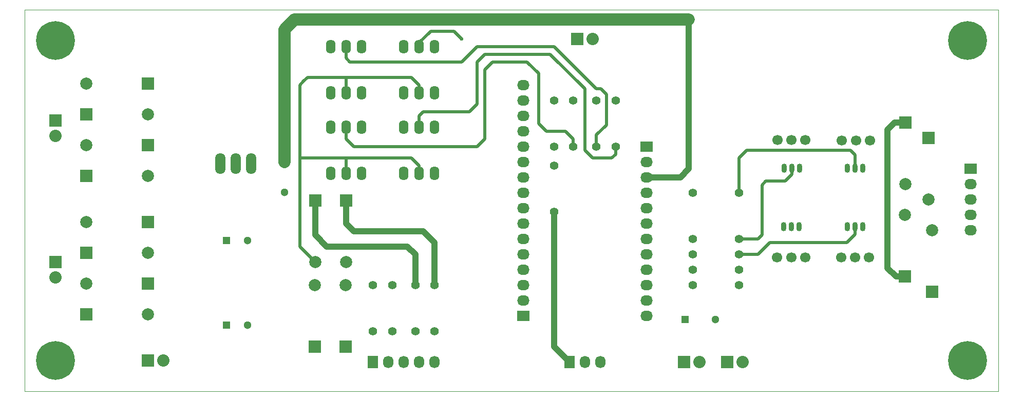
<source format=gbr>
G04 #@! TF.FileFunction,Copper,L1,Top,Signal*
%FSLAX46Y46*%
G04 Gerber Fmt 4.6, Leading zero omitted, Abs format (unit mm)*
G04 Created by KiCad (PCBNEW 4.0.5+dfsg1-4) date Sat Oct 31 20:23:49 2020*
%MOMM*%
%LPD*%
G01*
G04 APERTURE LIST*
%ADD10C,0.100000*%
%ADD11R,1.300000X1.300000*%
%ADD12C,1.300000*%
%ADD13R,2.032000X2.032000*%
%ADD14O,2.032000X2.032000*%
%ADD15C,1.397000*%
%ADD16R,1.727200X2.032000*%
%ADD17O,1.727200X2.032000*%
%ADD18R,2.032000X1.727200*%
%ADD19O,2.032000X1.727200*%
%ADD20C,1.998980*%
%ADD21R,1.998980X1.998980*%
%ADD22O,1.699260X3.500120*%
%ADD23O,1.600000X2.300000*%
%ADD24O,0.899160X1.501140*%
%ADD25C,1.699260*%
%ADD26C,6.400000*%
%ADD27C,0.600000*%
%ADD28C,1.000000*%
%ADD29C,0.500000*%
%ADD30C,2.000000*%
G04 APERTURE END LIST*
D10*
X145288000Y-130810000D02*
X187706000Y-130810000D01*
X186690000Y-67818000D02*
X140208000Y-67818000D01*
X74803000Y-67818000D02*
X140335000Y-67818000D01*
X74803000Y-130810000D02*
X74803000Y-67818000D01*
X145415000Y-130810000D02*
X74803000Y-130810000D01*
X235331000Y-130810000D02*
X187579000Y-130810000D01*
X235331000Y-67818000D02*
X235331000Y-130810000D01*
X186563000Y-67818000D02*
X235331000Y-67818000D01*
D11*
X183642000Y-118999000D03*
D12*
X188642000Y-118999000D03*
D13*
X183515000Y-125984000D03*
D14*
X186055000Y-125984000D03*
D13*
X165862000Y-72644000D03*
D14*
X168402000Y-72644000D03*
D13*
X190627000Y-125984000D03*
D14*
X193167000Y-125984000D03*
D15*
X184912000Y-113284000D03*
X192532000Y-113284000D03*
D16*
X164592000Y-125984000D03*
D17*
X167132000Y-125984000D03*
X169672000Y-125984000D03*
D15*
X165227000Y-90424000D03*
X165227000Y-82804000D03*
X172212000Y-90424000D03*
X172212000Y-82804000D03*
X169037000Y-90424000D03*
X169037000Y-82804000D03*
X162052000Y-90424000D03*
X162052000Y-82804000D03*
X162052000Y-101219000D03*
X162052000Y-93599000D03*
D18*
X156972000Y-118364000D03*
D19*
X156972000Y-115824000D03*
X156972000Y-113284000D03*
X156972000Y-110744000D03*
X156972000Y-108204000D03*
X156972000Y-105664000D03*
X156972000Y-103124000D03*
X156972000Y-100584000D03*
X156972000Y-98044000D03*
X156972000Y-95504000D03*
X156972000Y-92964000D03*
X156972000Y-90424000D03*
X156972000Y-87884000D03*
X156972000Y-85344000D03*
X156972000Y-82804000D03*
X156972000Y-80264000D03*
D18*
X177292000Y-90424000D03*
D19*
X177292000Y-92964000D03*
X177292000Y-95504000D03*
X177292000Y-98044000D03*
X177292000Y-100584000D03*
X177292000Y-103124000D03*
X177292000Y-105664000D03*
X177292000Y-108204000D03*
X177292000Y-110744000D03*
X177292000Y-113284000D03*
X177292000Y-115824000D03*
X177292000Y-118364000D03*
D12*
X111577000Y-119888000D03*
D11*
X108077000Y-119888000D03*
D12*
X111577000Y-105918000D03*
D11*
X108077000Y-105918000D03*
X117602000Y-92964000D03*
D12*
X117602000Y-97964000D03*
D20*
X84963000Y-102872540D03*
D21*
X95123000Y-102872540D03*
D20*
X95123000Y-107947460D03*
D21*
X84963000Y-107947460D03*
D20*
X84963000Y-113032540D03*
D21*
X95123000Y-113032540D03*
D20*
X95123000Y-118107460D03*
D21*
X84963000Y-118107460D03*
D20*
X84963000Y-80012540D03*
D21*
X95123000Y-80012540D03*
D20*
X95123000Y-85087460D03*
D21*
X84963000Y-85087460D03*
D20*
X84963000Y-90172540D03*
D21*
X95123000Y-90172540D03*
D20*
X95123000Y-95247460D03*
D21*
X84963000Y-95247460D03*
D13*
X95123000Y-125730000D03*
D14*
X97663000Y-125730000D03*
D13*
X79883000Y-109474000D03*
D14*
X79883000Y-112014000D03*
D13*
X79883000Y-86106000D03*
D14*
X79883000Y-88646000D03*
D22*
X109601000Y-93218000D03*
X107061000Y-93218000D03*
X112141000Y-93218000D03*
D20*
X122679460Y-113284000D03*
D21*
X122679460Y-123444000D03*
D20*
X127759460Y-113284000D03*
D21*
X127759460Y-123444000D03*
D20*
X122684540Y-109474000D03*
D21*
X122684540Y-99314000D03*
D20*
X127764540Y-109474000D03*
D21*
X127764540Y-99314000D03*
D16*
X132207000Y-125984000D03*
D17*
X134747000Y-125984000D03*
X137287000Y-125984000D03*
X139827000Y-125984000D03*
X142367000Y-125984000D03*
D15*
X132207000Y-113284000D03*
X132207000Y-120904000D03*
X135382000Y-113284000D03*
X135382000Y-120904000D03*
X139192000Y-113284000D03*
X139192000Y-120904000D03*
X142367000Y-113284000D03*
X142367000Y-120904000D03*
D23*
X125222000Y-94869000D03*
X127762000Y-94869000D03*
X130302000Y-94869000D03*
X130302000Y-87249000D03*
X127762000Y-87249000D03*
X125222000Y-87249000D03*
X137287000Y-94869000D03*
X139827000Y-94869000D03*
X142367000Y-94869000D03*
X142367000Y-87249000D03*
X139827000Y-87249000D03*
X137287000Y-87249000D03*
X125222000Y-81534000D03*
X127762000Y-81534000D03*
X130302000Y-81534000D03*
X130302000Y-73914000D03*
X127762000Y-73914000D03*
X125222000Y-73914000D03*
X137287000Y-81534000D03*
X139827000Y-81534000D03*
X142367000Y-81534000D03*
X142367000Y-73914000D03*
X139827000Y-73914000D03*
X137287000Y-73914000D03*
D20*
X219966540Y-96647000D03*
D21*
X219966540Y-86487000D03*
D20*
X223776540Y-99187000D03*
D21*
X223776540Y-89027000D03*
D20*
X219961460Y-101727000D03*
D21*
X219961460Y-111887000D03*
D20*
X224406460Y-104267000D03*
D21*
X224406460Y-114427000D03*
D18*
X230759000Y-94107000D03*
D19*
X230759000Y-96647000D03*
X230759000Y-99187000D03*
X230759000Y-101727000D03*
X230759000Y-104267000D03*
D24*
X211709000Y-93980000D03*
X210439000Y-93980000D03*
X212979000Y-93980000D03*
X201295000Y-93980000D03*
X200025000Y-93980000D03*
X202565000Y-93980000D03*
X201168000Y-103632000D03*
X202438000Y-103632000D03*
X199898000Y-103632000D03*
X211709000Y-103632000D03*
X212979000Y-103632000D03*
X210439000Y-103632000D03*
D25*
X211836000Y-89408000D03*
X209544920Y-89408000D03*
X214127080Y-89408000D03*
X201231500Y-89344500D03*
X198940420Y-89344500D03*
X203522580Y-89344500D03*
X201168000Y-108712000D03*
X203459080Y-108712000D03*
X198876920Y-108712000D03*
X211709000Y-108712000D03*
X214000080Y-108712000D03*
X209417920Y-108712000D03*
D15*
X184912000Y-98044000D03*
X192532000Y-98044000D03*
X184912000Y-105664000D03*
X192532000Y-105664000D03*
X184912000Y-110744000D03*
X192532000Y-110744000D03*
X184912000Y-108204000D03*
X192532000Y-108204000D03*
D26*
X230251000Y-72898000D03*
X230251000Y-125730000D03*
X79883000Y-72898000D03*
X79883000Y-125730000D03*
D27*
X146812000Y-72644000D03*
D28*
X162052000Y-101219000D02*
X162052000Y-123444000D01*
X162052000Y-123444000D02*
X164592000Y-125984000D01*
D29*
X151892000Y-76454000D02*
X157607000Y-76454000D01*
X127762000Y-89154000D02*
X129032000Y-90424000D01*
X129032000Y-90424000D02*
X149352000Y-90424000D01*
X149352000Y-90424000D02*
X150622000Y-89154000D01*
X150622000Y-89154000D02*
X150622000Y-77724000D01*
X150622000Y-77724000D02*
X151892000Y-76454000D01*
X127762000Y-87249000D02*
X127762000Y-89154000D01*
X165227000Y-89154000D02*
X165227000Y-90424000D01*
X163957000Y-87884000D02*
X165227000Y-89154000D01*
X160782000Y-87884000D02*
X163957000Y-87884000D01*
X159512000Y-86614000D02*
X160782000Y-87884000D01*
X159512000Y-78359000D02*
X159512000Y-86614000D01*
X157607000Y-76454000D02*
X159512000Y-78359000D01*
X172212000Y-90424000D02*
X172212000Y-91694000D01*
X139827000Y-85344000D02*
X140462000Y-84709000D01*
X140462000Y-84709000D02*
X148082000Y-84709000D01*
X148082000Y-84709000D02*
X149352000Y-83439000D01*
X149352000Y-83439000D02*
X149352000Y-76454000D01*
X149352000Y-76454000D02*
X150622000Y-75184000D01*
X150622000Y-75184000D02*
X157607000Y-75184000D01*
X139827000Y-85344000D02*
X139827000Y-87249000D01*
X161417000Y-75184000D02*
X157607000Y-75184000D01*
X167132000Y-80899000D02*
X161417000Y-75184000D01*
X167132000Y-91059000D02*
X167132000Y-80899000D01*
X168402000Y-92329000D02*
X167132000Y-91059000D01*
X171577000Y-92329000D02*
X168402000Y-92329000D01*
X172212000Y-91694000D02*
X171577000Y-92329000D01*
X157607000Y-73914000D02*
X162052000Y-73914000D01*
X127762000Y-75819000D02*
X128397000Y-76454000D01*
X128397000Y-76454000D02*
X146812000Y-76454000D01*
X146812000Y-76454000D02*
X149352000Y-73914000D01*
X149352000Y-73914000D02*
X157607000Y-73914000D01*
X127762000Y-73914000D02*
X127762000Y-75819000D01*
X169037000Y-88519000D02*
X169037000Y-90424000D01*
X170688000Y-86868000D02*
X169037000Y-88519000D01*
X170688000Y-81788000D02*
X170688000Y-86868000D01*
X169799000Y-80899000D02*
X170688000Y-81788000D01*
X169037000Y-80899000D02*
X169799000Y-80899000D01*
X162052000Y-73914000D02*
X169037000Y-80899000D01*
X139827000Y-73914000D02*
X139827000Y-73279000D01*
X139827000Y-73279000D02*
X141732000Y-71374000D01*
X141732000Y-71374000D02*
X145542000Y-71374000D01*
X145542000Y-71374000D02*
X146812000Y-72644000D01*
D28*
X184277000Y-69469000D02*
X184277000Y-94107000D01*
D30*
X117602000Y-71120000D02*
X119253000Y-69469000D01*
X119253000Y-69469000D02*
X184277000Y-69469000D01*
X117602000Y-92964000D02*
X117602000Y-71120000D01*
D28*
X182880000Y-95504000D02*
X177292000Y-95504000D01*
X184277000Y-94107000D02*
X182880000Y-95504000D01*
D29*
X122684540Y-109474000D02*
X122682000Y-109474000D01*
X122682000Y-109474000D02*
X120142000Y-106934000D01*
X120142000Y-106934000D02*
X120142000Y-92329000D01*
X127762000Y-78994000D02*
X122047000Y-78994000D01*
X120142000Y-92329000D02*
X127762000Y-92329000D01*
X120142000Y-80264000D02*
X120142000Y-92329000D01*
X120777000Y-79629000D02*
X120142000Y-80264000D01*
X121412000Y-78994000D02*
X120777000Y-79629000D01*
X122047000Y-78994000D02*
X121412000Y-78994000D01*
X139827000Y-81534000D02*
X139827000Y-80264000D01*
X127762000Y-78994000D02*
X127762000Y-81534000D01*
X138557000Y-78994000D02*
X127762000Y-78994000D01*
X139827000Y-80264000D02*
X138557000Y-78994000D01*
X139827000Y-94869000D02*
X139827000Y-93599000D01*
X139827000Y-93599000D02*
X138557000Y-92329000D01*
X138557000Y-92329000D02*
X127762000Y-92329000D01*
X127762000Y-92329000D02*
X127762000Y-94869000D01*
D28*
X122684540Y-99314000D02*
X122684540Y-105026460D01*
X139192000Y-108204000D02*
X139192000Y-113284000D01*
X137916920Y-106928920D02*
X139192000Y-108204000D01*
X124587000Y-106928920D02*
X137916920Y-106928920D01*
X122684540Y-105026460D02*
X124587000Y-106928920D01*
X142367000Y-113284000D02*
X142367000Y-106299000D01*
X127762000Y-103124000D02*
X127762000Y-99316540D01*
X129032000Y-104394000D02*
X127762000Y-103124000D01*
X140462000Y-104394000D02*
X129032000Y-104394000D01*
X142367000Y-106299000D02*
X140462000Y-104394000D01*
X127762000Y-99316540D02*
X127764540Y-99314000D01*
X219961460Y-111887000D02*
X218440000Y-111887000D01*
X218186000Y-86487000D02*
X219966540Y-86487000D01*
X217043000Y-87630000D02*
X218186000Y-86487000D01*
X217043000Y-110490000D02*
X217043000Y-87630000D01*
X218440000Y-111887000D02*
X217043000Y-110490000D01*
D29*
X192532000Y-98044000D02*
X192532000Y-92329000D01*
X211709000Y-91821000D02*
X211709000Y-93980000D01*
X210947000Y-91059000D02*
X211709000Y-91821000D01*
X210312000Y-91059000D02*
X210947000Y-91059000D01*
X193802000Y-91059000D02*
X210312000Y-91059000D01*
X192532000Y-92329000D02*
X193802000Y-91059000D01*
X201295000Y-93980000D02*
X201295000Y-94996000D01*
X195707000Y-105664000D02*
X192532000Y-105664000D01*
X196342000Y-105029000D02*
X195707000Y-105664000D01*
X196342000Y-96774000D02*
X196342000Y-105029000D01*
X196977000Y-96139000D02*
X196342000Y-96774000D01*
X200152000Y-96139000D02*
X196977000Y-96139000D01*
X201295000Y-94996000D02*
X200152000Y-96139000D01*
X192532000Y-108204000D02*
X195707000Y-108204000D01*
X211709000Y-104902000D02*
X211709000Y-103632000D01*
X210312000Y-106299000D02*
X211709000Y-104902000D01*
X197612000Y-106299000D02*
X210312000Y-106299000D01*
X195707000Y-108204000D02*
X197612000Y-106299000D01*
M02*

</source>
